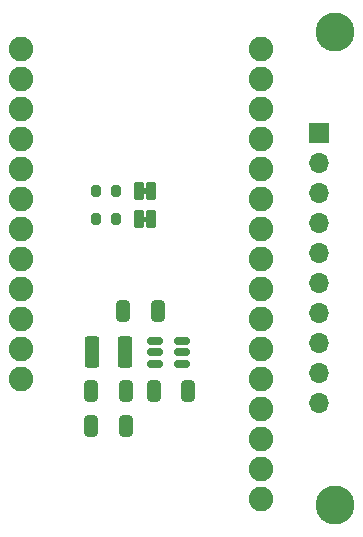
<source format=gbr>
%TF.GenerationSoftware,KiCad,Pcbnew,7.0.9*%
%TF.CreationDate,2024-07-24T20:02:15-04:00*%
%TF.ProjectId,BREAD_Loaf,42524541-445f-44c6-9f61-662e6b696361,rev?*%
%TF.SameCoordinates,PX2fdfdc0PY36746e0*%
%TF.FileFunction,Soldermask,Bot*%
%TF.FilePolarity,Negative*%
%FSLAX46Y46*%
G04 Gerber Fmt 4.6, Leading zero omitted, Abs format (unit mm)*
G04 Created by KiCad (PCBNEW 7.0.9) date 2024-07-24 20:02:15*
%MOMM*%
%LPD*%
G01*
G04 APERTURE LIST*
G04 Aperture macros list*
%AMRoundRect*
0 Rectangle with rounded corners*
0 $1 Rounding radius*
0 $2 $3 $4 $5 $6 $7 $8 $9 X,Y pos of 4 corners*
0 Add a 4 corners polygon primitive as box body*
4,1,4,$2,$3,$4,$5,$6,$7,$8,$9,$2,$3,0*
0 Add four circle primitives for the rounded corners*
1,1,$1+$1,$2,$3*
1,1,$1+$1,$4,$5*
1,1,$1+$1,$6,$7*
1,1,$1+$1,$8,$9*
0 Add four rect primitives between the rounded corners*
20,1,$1+$1,$2,$3,$4,$5,0*
20,1,$1+$1,$4,$5,$6,$7,0*
20,1,$1+$1,$6,$7,$8,$9,0*
20,1,$1+$1,$8,$9,$2,$3,0*%
G04 Aperture macros list end*
%ADD10C,2.082800*%
%ADD11C,3.302000*%
%ADD12R,1.700000X1.700000*%
%ADD13O,1.700000X1.700000*%
%ADD14RoundRect,0.101600X-0.330200X-0.635000X0.330200X-0.635000X0.330200X0.635000X-0.330200X0.635000X0*%
%ADD15RoundRect,0.200000X-0.200000X-0.275000X0.200000X-0.275000X0.200000X0.275000X-0.200000X0.275000X0*%
%ADD16RoundRect,0.250000X-0.325000X-0.650000X0.325000X-0.650000X0.325000X0.650000X-0.325000X0.650000X0*%
%ADD17RoundRect,0.250000X0.325000X0.650000X-0.325000X0.650000X-0.325000X-0.650000X0.325000X-0.650000X0*%
%ADD18RoundRect,0.150000X0.512500X0.150000X-0.512500X0.150000X-0.512500X-0.150000X0.512500X-0.150000X0*%
%ADD19RoundRect,0.250000X0.375000X1.075000X-0.375000X1.075000X-0.375000X-1.075000X0.375000X-1.075000X0*%
G04 APERTURE END LIST*
%TO.C,JP3*%
G36*
X15254000Y-37340500D02*
G01*
X14746000Y-37340500D01*
X14746000Y-36859500D01*
X15254000Y-36859500D01*
X15254000Y-37340500D01*
G37*
%TO.C,JP4*%
G36*
X15254000Y-34940500D02*
G01*
X14746000Y-34940500D01*
X14746000Y-34459500D01*
X15254000Y-34459500D01*
X15254000Y-34940500D01*
G37*
%TD*%
D10*
%TO.C,J2*%
X24820000Y-60750000D03*
X24820000Y-58210000D03*
X24820000Y-55670000D03*
X24820000Y-53130000D03*
X24820000Y-50590000D03*
X24820000Y-48050000D03*
X24820000Y-45510000D03*
X24820000Y-42970000D03*
X24820000Y-40430000D03*
X24820000Y-37890000D03*
X24820000Y-35350000D03*
X24820000Y-32810000D03*
X24820000Y-30270000D03*
X24820000Y-27730000D03*
X24820000Y-25190000D03*
X24820000Y-22650000D03*
X4500000Y-50590000D03*
X4500000Y-48050000D03*
X4500000Y-45510000D03*
X4500000Y-42970000D03*
X4500000Y-40430000D03*
X4500000Y-37890000D03*
X4500000Y-35350000D03*
X4500000Y-32810000D03*
X4500000Y-30270000D03*
X4500000Y-27730000D03*
X4500000Y-25190000D03*
X4500000Y-22650000D03*
%TD*%
D11*
%TO.C,ST1*%
X31100000Y-21250000D03*
%TD*%
%TO.C,ST2*%
X31100000Y-61250000D03*
%TD*%
D12*
%TO.C,J6*%
X29700000Y-29800000D03*
D13*
X29700000Y-32340000D03*
X29700000Y-34880000D03*
X29700000Y-37420000D03*
X29700000Y-39960000D03*
X29700000Y-42500000D03*
X29700000Y-45040000D03*
X29700000Y-47580000D03*
X29700000Y-50120000D03*
X29700000Y-52660000D03*
%TD*%
D14*
%TO.C,JP3*%
X14479300Y-37100000D03*
X15520700Y-37100000D03*
%TD*%
D15*
%TO.C,R12*%
X10875000Y-34700000D03*
X12525000Y-34700000D03*
%TD*%
D16*
%TO.C,C2*%
X13125000Y-44862500D03*
X16075000Y-44862500D03*
%TD*%
D17*
%TO.C,C3*%
X13375000Y-51662500D03*
X10425000Y-51662500D03*
%TD*%
D16*
%TO.C,C1*%
X15725000Y-51662500D03*
X18675000Y-51662500D03*
%TD*%
D17*
%TO.C,C4*%
X13375000Y-54562500D03*
X10425000Y-54562500D03*
%TD*%
D18*
%TO.C,U2*%
X18137500Y-47412500D03*
X18137500Y-48362500D03*
X18137500Y-49312500D03*
X15862500Y-49312500D03*
X15862500Y-48362500D03*
X15862500Y-47412500D03*
%TD*%
D14*
%TO.C,JP4*%
X14479300Y-34700000D03*
X15520700Y-34700000D03*
%TD*%
D15*
%TO.C,R10*%
X10875000Y-37100000D03*
X12525000Y-37100000D03*
%TD*%
D19*
%TO.C,L1*%
X13300000Y-48362500D03*
X10500000Y-48362500D03*
%TD*%
M02*

</source>
